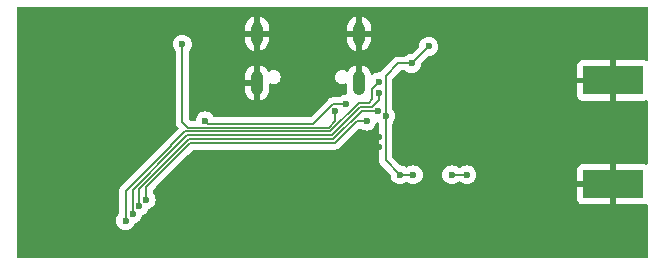
<source format=gbl>
G04 #@! TF.GenerationSoftware,KiCad,Pcbnew,7.0.7-7.0.7~ubuntu23.04.1*
G04 #@! TF.CreationDate,2023-08-22T21:33:39+02:00*
G04 #@! TF.ProjectId,CoralWave,436f7261-6c57-4617-9665-2e6b69636164,rev?*
G04 #@! TF.SameCoordinates,Original*
G04 #@! TF.FileFunction,Copper,L2,Bot*
G04 #@! TF.FilePolarity,Positive*
%FSLAX46Y46*%
G04 Gerber Fmt 4.6, Leading zero omitted, Abs format (unit mm)*
G04 Created by KiCad (PCBNEW 7.0.7-7.0.7~ubuntu23.04.1) date 2023-08-22 21:33:39*
%MOMM*%
%LPD*%
G01*
G04 APERTURE LIST*
G04 #@! TA.AperFunction,SMDPad,CuDef*
%ADD10R,5.080000X2.415000*%
G04 #@! TD*
G04 #@! TA.AperFunction,ComponentPad*
%ADD11O,1.050000X2.100000*%
G04 #@! TD*
G04 #@! TA.AperFunction,ComponentPad*
%ADD12O,1.000000X2.000000*%
G04 #@! TD*
G04 #@! TA.AperFunction,ViaPad*
%ADD13C,0.600000*%
G04 #@! TD*
G04 #@! TA.AperFunction,Conductor*
%ADD14C,0.127000*%
G04 #@! TD*
G04 APERTURE END LIST*
D10*
X149100000Y-54667500D03*
X149100000Y-63432500D03*
D11*
X127590000Y-54880000D03*
D12*
X127590000Y-50700000D03*
X118950000Y-50700000D03*
D11*
X118950000Y-54880000D03*
D13*
X117290000Y-50210000D03*
X107480000Y-59740000D03*
X107470000Y-58640000D03*
X145390000Y-60220000D03*
X145410000Y-54670000D03*
X106380000Y-57540000D03*
X134640000Y-57620000D03*
X125810000Y-64150000D03*
X117750000Y-62270000D03*
X137910000Y-64780000D03*
X106380000Y-59740000D03*
X133530000Y-52990000D03*
X134640000Y-59230000D03*
X129280000Y-60330000D03*
X116620000Y-53970000D03*
X136830000Y-52620000D03*
X106380000Y-56440000D03*
X145390000Y-63430000D03*
X133030000Y-59230000D03*
X138300000Y-62360000D03*
X130020000Y-51420000D03*
X113960000Y-68800000D03*
X131920000Y-55220000D03*
X116240000Y-64200000D03*
X133030000Y-57610000D03*
X105280000Y-56440000D03*
X139530000Y-62260000D03*
X105290000Y-58640000D03*
X143290000Y-60320000D03*
X135730000Y-52620000D03*
X129270000Y-59450000D03*
X107470000Y-57540000D03*
X104170000Y-56440000D03*
X104180000Y-59740000D03*
X105280000Y-59740000D03*
X107480000Y-56440000D03*
X138330000Y-56360000D03*
X106380000Y-58640000D03*
X104170000Y-58640000D03*
X133437641Y-62087000D03*
X124560000Y-63940000D03*
X133830000Y-58430000D03*
X128990000Y-53730000D03*
X104170000Y-57540000D03*
X111630000Y-66290000D03*
X129520000Y-66380000D03*
X134882101Y-55310000D03*
X105280000Y-57540000D03*
X117400000Y-67430000D03*
X117280000Y-57010000D03*
X129273102Y-55693102D03*
X108430000Y-65963000D03*
X129198562Y-57224204D03*
X108993000Y-65316000D03*
X128260000Y-58109602D03*
X109570000Y-64753000D03*
X133490000Y-51780000D03*
X131063500Y-62650000D03*
X132190000Y-62650000D03*
X129850000Y-57690000D03*
X135437000Y-62650000D03*
X136730000Y-62650000D03*
X132045000Y-53225000D03*
X107830000Y-66526000D03*
X129280000Y-54780000D03*
X112630000Y-51600000D03*
X125568571Y-57255445D03*
X126492000Y-56660000D03*
X114570000Y-58089000D03*
D14*
X128728652Y-56897204D02*
X129273102Y-56352754D01*
X127705244Y-56897204D02*
X128728652Y-56897204D01*
X112043398Y-60293488D02*
X113030886Y-59306000D01*
X129273102Y-56352754D02*
X129273102Y-55693102D01*
X108430000Y-65963000D02*
X108430000Y-63920000D01*
X112043398Y-60306602D02*
X112043398Y-60293488D01*
X125296448Y-59306000D02*
X127705244Y-56897204D01*
X108430000Y-63920000D02*
X112043398Y-60306602D01*
X113030886Y-59306000D02*
X125296448Y-59306000D01*
X125431896Y-59633000D02*
X113166334Y-59633000D01*
X127840692Y-57224204D02*
X125431896Y-59633000D01*
X112370398Y-60428936D02*
X112370398Y-60442050D01*
X112370398Y-60442050D02*
X109000000Y-63812448D01*
X129198562Y-57224204D02*
X127840692Y-57224204D01*
X109000000Y-65309000D02*
X108993000Y-65316000D01*
X113166334Y-59633000D02*
X112370398Y-60428936D01*
X109000000Y-63812448D02*
X109000000Y-65309000D01*
X112697398Y-60577498D02*
X112697398Y-60564384D01*
X125567344Y-59960000D02*
X127417742Y-58109602D01*
X109570000Y-63704896D02*
X112697398Y-60577498D01*
X112697398Y-60564384D02*
X113301782Y-59960000D01*
X113301782Y-59960000D02*
X125567344Y-59960000D01*
X109570000Y-64753000D02*
X109570000Y-63704896D01*
X127417742Y-58109602D02*
X128260000Y-58109602D01*
X133490000Y-51780000D02*
X132045000Y-53225000D01*
X136730000Y-62650000D02*
X135437000Y-62650000D01*
X129850000Y-54250000D02*
X130875000Y-53225000D01*
X129850000Y-57690000D02*
X129850000Y-61436500D01*
X129850000Y-61436500D02*
X131063500Y-62650000D01*
X132190000Y-62650000D02*
X131063500Y-62650000D01*
X129850000Y-57690000D02*
X129850000Y-54250000D01*
X130875000Y-53225000D02*
X132045000Y-53225000D01*
X125161000Y-58979000D02*
X112895438Y-58979000D01*
X128709602Y-55350398D02*
X128709602Y-56260398D01*
X111716398Y-60158040D02*
X111716398Y-60171154D01*
X127569796Y-56570204D02*
X125161000Y-58979000D01*
X129280000Y-54780000D02*
X128709602Y-55350398D01*
X111716398Y-60171154D02*
X107830000Y-64057552D01*
X107830000Y-64057552D02*
X107830000Y-66526000D01*
X128709602Y-56260398D02*
X128399796Y-56570204D01*
X112895438Y-58979000D02*
X111716398Y-60158040D01*
X128399796Y-56570204D02*
X127569796Y-56570204D01*
X113104000Y-58652000D02*
X125025552Y-58652000D01*
X112630000Y-58178000D02*
X113104000Y-58652000D01*
X125568571Y-58108981D02*
X125568571Y-57255445D01*
X112630000Y-51600000D02*
X112630000Y-58178000D01*
X125025552Y-58652000D02*
X125568571Y-58108981D01*
X114806000Y-58325000D02*
X114570000Y-58089000D01*
X125367106Y-56660000D02*
X123702106Y-58325000D01*
X126492000Y-56660000D02*
X125367106Y-56660000D01*
X123702106Y-58325000D02*
X114806000Y-58325000D01*
G04 #@! TA.AperFunction,Conductor*
G36*
X151992539Y-48430185D02*
G01*
X152038294Y-48482989D01*
X152049500Y-48534500D01*
X152049500Y-52900493D01*
X152029815Y-52967532D01*
X151977011Y-53013287D01*
X151907853Y-53023231D01*
X151882167Y-53016675D01*
X151747380Y-52966403D01*
X151747372Y-52966401D01*
X151687844Y-52960000D01*
X149350000Y-52960000D01*
X149350000Y-56375000D01*
X151687828Y-56375000D01*
X151687844Y-56374999D01*
X151747372Y-56368598D01*
X151747379Y-56368596D01*
X151882167Y-56318324D01*
X151951858Y-56313340D01*
X152013181Y-56346825D01*
X152046666Y-56408148D01*
X152049500Y-56434506D01*
X152049500Y-61665493D01*
X152029815Y-61732532D01*
X151977011Y-61778287D01*
X151907853Y-61788231D01*
X151882167Y-61781675D01*
X151747380Y-61731403D01*
X151747372Y-61731401D01*
X151687844Y-61725000D01*
X149350000Y-61725000D01*
X149350000Y-65140000D01*
X151687828Y-65140000D01*
X151687844Y-65139999D01*
X151747372Y-65133598D01*
X151747379Y-65133596D01*
X151882167Y-65083324D01*
X151951858Y-65078340D01*
X152013181Y-65111825D01*
X152046666Y-65173148D01*
X152049500Y-65199506D01*
X152049500Y-69565500D01*
X152029815Y-69632539D01*
X151977011Y-69678294D01*
X151925500Y-69689500D01*
X98724500Y-69689500D01*
X98657461Y-69669815D01*
X98611706Y-69617011D01*
X98600500Y-69565500D01*
X98600500Y-66526003D01*
X107024435Y-66526003D01*
X107044630Y-66705249D01*
X107044631Y-66705254D01*
X107104211Y-66875523D01*
X107200183Y-67028262D01*
X107200184Y-67028262D01*
X107327738Y-67155816D01*
X107480478Y-67251789D01*
X107650744Y-67311368D01*
X107650745Y-67311368D01*
X107650750Y-67311369D01*
X107829996Y-67331565D01*
X107830000Y-67331565D01*
X107830004Y-67331565D01*
X108009249Y-67311369D01*
X108009252Y-67311368D01*
X108009255Y-67311368D01*
X108179522Y-67251789D01*
X108332262Y-67155816D01*
X108459816Y-67028262D01*
X108555789Y-66875522D01*
X108579307Y-66808309D01*
X108620026Y-66751535D01*
X108655390Y-66732224D01*
X108748877Y-66699511D01*
X108779520Y-66688790D01*
X108779522Y-66688789D01*
X108932262Y-66592816D01*
X109059816Y-66465262D01*
X109155789Y-66312522D01*
X109215368Y-66142255D01*
X109215368Y-66142254D01*
X109217668Y-66135682D01*
X109220499Y-66136672D01*
X109248010Y-66087358D01*
X109293939Y-66058788D01*
X109342522Y-66041789D01*
X109495262Y-65945816D01*
X109622816Y-65818262D01*
X109718789Y-65665522D01*
X109745516Y-65589138D01*
X109786238Y-65532363D01*
X109821602Y-65513052D01*
X109919522Y-65478789D01*
X110072262Y-65382816D01*
X110199816Y-65255262D01*
X110295789Y-65102522D01*
X110355368Y-64932255D01*
X110375565Y-64753000D01*
X110355368Y-64573745D01*
X110295789Y-64403478D01*
X110199816Y-64250738D01*
X110199815Y-64250736D01*
X110170317Y-64221238D01*
X110136833Y-64159914D01*
X110134000Y-64133558D01*
X110134000Y-63989874D01*
X110153685Y-63922835D01*
X110170314Y-63902198D01*
X110390012Y-63682500D01*
X146060000Y-63682500D01*
X146060000Y-64687844D01*
X146066401Y-64747372D01*
X146066403Y-64747379D01*
X146116645Y-64882086D01*
X146116649Y-64882093D01*
X146202809Y-64997187D01*
X146202812Y-64997190D01*
X146317906Y-65083350D01*
X146317913Y-65083354D01*
X146452620Y-65133596D01*
X146452627Y-65133598D01*
X146512155Y-65139999D01*
X146512172Y-65140000D01*
X148850000Y-65140000D01*
X148850000Y-63682500D01*
X146060000Y-63682500D01*
X110390012Y-63682500D01*
X113067201Y-61005310D01*
X113073286Y-60999974D01*
X113099648Y-60979748D01*
X113122347Y-60950166D01*
X113163130Y-60897015D01*
X113168458Y-60890939D01*
X113499081Y-60560316D01*
X113560403Y-60526834D01*
X113586761Y-60524000D01*
X125526310Y-60524000D01*
X125534407Y-60524530D01*
X125567344Y-60528867D01*
X125567345Y-60528867D01*
X125582786Y-60526834D01*
X125714578Y-60509483D01*
X125851777Y-60452653D01*
X125940012Y-60384949D01*
X125940012Y-60384948D01*
X125962950Y-60367348D01*
X125962950Y-60367347D01*
X125969594Y-60362250D01*
X125989820Y-60335888D01*
X125995163Y-60329796D01*
X127583961Y-58740999D01*
X127645282Y-58707516D01*
X127714974Y-58712500D01*
X127751552Y-58736008D01*
X127752295Y-58735077D01*
X127757737Y-58739417D01*
X127757738Y-58739418D01*
X127910478Y-58835391D01*
X128080744Y-58894969D01*
X128080745Y-58894970D01*
X128080750Y-58894971D01*
X128259996Y-58915167D01*
X128260000Y-58915167D01*
X128260004Y-58915167D01*
X128439249Y-58894971D01*
X128439252Y-58894970D01*
X128439255Y-58894970D01*
X128609522Y-58835391D01*
X128762262Y-58739418D01*
X128889816Y-58611864D01*
X128985789Y-58459124D01*
X129044958Y-58290026D01*
X129085679Y-58233253D01*
X129150631Y-58207505D01*
X129219193Y-58220961D01*
X129269596Y-58269348D01*
X129285999Y-58330983D01*
X129286000Y-61395463D01*
X129285469Y-61403564D01*
X129281133Y-61436498D01*
X129281133Y-61436500D01*
X129286000Y-61473467D01*
X129300517Y-61583733D01*
X129300517Y-61583734D01*
X129357347Y-61720934D01*
X129401356Y-61778287D01*
X129447750Y-61838750D01*
X129460173Y-61848282D01*
X129474107Y-61858974D01*
X129480203Y-61864319D01*
X130086628Y-62470745D01*
X130226243Y-62610360D01*
X130259728Y-62671683D01*
X130261782Y-62684157D01*
X130278130Y-62829250D01*
X130278131Y-62829254D01*
X130337711Y-62999523D01*
X130433683Y-63152262D01*
X130433684Y-63152262D01*
X130561238Y-63279816D01*
X130566223Y-63282948D01*
X130713974Y-63375787D01*
X130713978Y-63375789D01*
X130884244Y-63435367D01*
X130884245Y-63435368D01*
X130884250Y-63435369D01*
X131063496Y-63455565D01*
X131063500Y-63455565D01*
X131063504Y-63455565D01*
X131242749Y-63435369D01*
X131242752Y-63435368D01*
X131242755Y-63435368D01*
X131413022Y-63375789D01*
X131413024Y-63375787D01*
X131413026Y-63375787D01*
X131560778Y-63282948D01*
X131628014Y-63263947D01*
X131692722Y-63282948D01*
X131840473Y-63375787D01*
X131840477Y-63375788D01*
X131840478Y-63375789D01*
X132010744Y-63435368D01*
X132010745Y-63435368D01*
X132010750Y-63435369D01*
X132189996Y-63455565D01*
X132190000Y-63455565D01*
X132190004Y-63455565D01*
X132369249Y-63435369D01*
X132369252Y-63435368D01*
X132369255Y-63435368D01*
X132539522Y-63375789D01*
X132692262Y-63279816D01*
X132819816Y-63152262D01*
X132915789Y-62999522D01*
X132975368Y-62829255D01*
X132975369Y-62829249D01*
X132995565Y-62650003D01*
X134631435Y-62650003D01*
X134651630Y-62829249D01*
X134651631Y-62829254D01*
X134711211Y-62999523D01*
X134807184Y-63152261D01*
X134807184Y-63152262D01*
X134934738Y-63279816D01*
X134939723Y-63282948D01*
X135087474Y-63375787D01*
X135087478Y-63375789D01*
X135257745Y-63435367D01*
X135257745Y-63435368D01*
X135257750Y-63435369D01*
X135436996Y-63455565D01*
X135437000Y-63455565D01*
X135437004Y-63455565D01*
X135616249Y-63435369D01*
X135616252Y-63435368D01*
X135616255Y-63435368D01*
X135786522Y-63375789D01*
X135939262Y-63279816D01*
X135968758Y-63250319D01*
X136030082Y-63216834D01*
X136056440Y-63214000D01*
X136110560Y-63214000D01*
X136177599Y-63233685D01*
X136198241Y-63250319D01*
X136227738Y-63279816D01*
X136232723Y-63282948D01*
X136380474Y-63375787D01*
X136380478Y-63375789D01*
X136550744Y-63435367D01*
X136550745Y-63435368D01*
X136550750Y-63435369D01*
X136729996Y-63455565D01*
X136730000Y-63455565D01*
X136730004Y-63455565D01*
X136909249Y-63435369D01*
X136909252Y-63435368D01*
X136909255Y-63435368D01*
X137079522Y-63375789D01*
X137232262Y-63279816D01*
X137329578Y-63182500D01*
X146060000Y-63182500D01*
X148850000Y-63182500D01*
X148850000Y-61725000D01*
X146512155Y-61725000D01*
X146452627Y-61731401D01*
X146452620Y-61731403D01*
X146317913Y-61781645D01*
X146317906Y-61781649D01*
X146202812Y-61867809D01*
X146202809Y-61867812D01*
X146116649Y-61982906D01*
X146116645Y-61982913D01*
X146066403Y-62117620D01*
X146066401Y-62117627D01*
X146060000Y-62177155D01*
X146060000Y-63182500D01*
X137329578Y-63182500D01*
X137359816Y-63152262D01*
X137455789Y-62999522D01*
X137515368Y-62829255D01*
X137515369Y-62829249D01*
X137535565Y-62650003D01*
X137535565Y-62649996D01*
X137515369Y-62470750D01*
X137515368Y-62470745D01*
X137455788Y-62300476D01*
X137359815Y-62147737D01*
X137232262Y-62020184D01*
X137079523Y-61924211D01*
X136909254Y-61864631D01*
X136909249Y-61864630D01*
X136730004Y-61844435D01*
X136729996Y-61844435D01*
X136550750Y-61864630D01*
X136550745Y-61864631D01*
X136380476Y-61924211D01*
X136227737Y-62020184D01*
X136198241Y-62049681D01*
X136136918Y-62083166D01*
X136110560Y-62086000D01*
X136056440Y-62086000D01*
X135989401Y-62066315D01*
X135968759Y-62049681D01*
X135939262Y-62020184D01*
X135786523Y-61924211D01*
X135616254Y-61864631D01*
X135616249Y-61864630D01*
X135437004Y-61844435D01*
X135436996Y-61844435D01*
X135257750Y-61864630D01*
X135257745Y-61864631D01*
X135087476Y-61924211D01*
X134934737Y-62020184D01*
X134807184Y-62147737D01*
X134711211Y-62300476D01*
X134651631Y-62470745D01*
X134651630Y-62470750D01*
X134631435Y-62649996D01*
X134631435Y-62650003D01*
X132995565Y-62650003D01*
X132995565Y-62649996D01*
X132975369Y-62470750D01*
X132975368Y-62470745D01*
X132915788Y-62300476D01*
X132819815Y-62147737D01*
X132692262Y-62020184D01*
X132539523Y-61924211D01*
X132369254Y-61864631D01*
X132369249Y-61864630D01*
X132190004Y-61844435D01*
X132189996Y-61844435D01*
X132010750Y-61864630D01*
X132010745Y-61864631D01*
X131840476Y-61924211D01*
X131692722Y-62017052D01*
X131625485Y-62036052D01*
X131560778Y-62017052D01*
X131413023Y-61924211D01*
X131242754Y-61864631D01*
X131242750Y-61864630D01*
X131097657Y-61848282D01*
X131033243Y-61821215D01*
X131023860Y-61812743D01*
X130450319Y-61239201D01*
X130416834Y-61177878D01*
X130414000Y-61151520D01*
X130414000Y-58309439D01*
X130433685Y-58242400D01*
X130450311Y-58221766D01*
X130479816Y-58192262D01*
X130575789Y-58039522D01*
X130635368Y-57869255D01*
X130640711Y-57821837D01*
X130655565Y-57690003D01*
X130655565Y-57689996D01*
X130635369Y-57510750D01*
X130635368Y-57510745D01*
X130617326Y-57459184D01*
X130575789Y-57340478D01*
X130552636Y-57303631D01*
X130479815Y-57187737D01*
X130450318Y-57158240D01*
X130416833Y-57096917D01*
X130413999Y-57070559D01*
X130413999Y-55823419D01*
X130413999Y-54917500D01*
X146060000Y-54917500D01*
X146060000Y-55922844D01*
X146066401Y-55982372D01*
X146066403Y-55982379D01*
X146116645Y-56117086D01*
X146116649Y-56117093D01*
X146202809Y-56232187D01*
X146202812Y-56232190D01*
X146317906Y-56318350D01*
X146317913Y-56318354D01*
X146452620Y-56368596D01*
X146452627Y-56368598D01*
X146512155Y-56374999D01*
X146512172Y-56375000D01*
X148850000Y-56375000D01*
X148850000Y-54917500D01*
X146060000Y-54917500D01*
X130413999Y-54917500D01*
X130413999Y-54534975D01*
X130433684Y-54467940D01*
X130450313Y-54447303D01*
X130480116Y-54417500D01*
X146060000Y-54417500D01*
X148850000Y-54417500D01*
X148850000Y-52960000D01*
X146512155Y-52960000D01*
X146452627Y-52966401D01*
X146452620Y-52966403D01*
X146317913Y-53016645D01*
X146317906Y-53016649D01*
X146202812Y-53102809D01*
X146202809Y-53102812D01*
X146116649Y-53217906D01*
X146116645Y-53217913D01*
X146066403Y-53352620D01*
X146066401Y-53352627D01*
X146060000Y-53412155D01*
X146060000Y-54417500D01*
X130480116Y-54417500D01*
X131072298Y-53825319D01*
X131133621Y-53791834D01*
X131159979Y-53789000D01*
X131425560Y-53789000D01*
X131492599Y-53808685D01*
X131513241Y-53825319D01*
X131542738Y-53854816D01*
X131578572Y-53877332D01*
X131672996Y-53936663D01*
X131695478Y-53950789D01*
X131820771Y-53994631D01*
X131865745Y-54010368D01*
X131865750Y-54010369D01*
X132044996Y-54030565D01*
X132045000Y-54030565D01*
X132045004Y-54030565D01*
X132224249Y-54010369D01*
X132224252Y-54010368D01*
X132224255Y-54010368D01*
X132394522Y-53950789D01*
X132547262Y-53854816D01*
X132674816Y-53727262D01*
X132770789Y-53574522D01*
X132830368Y-53404255D01*
X132846716Y-53259156D01*
X132873782Y-53194744D01*
X132882245Y-53185370D01*
X133450362Y-52617253D01*
X133511683Y-52583770D01*
X133524151Y-52581717D01*
X133589071Y-52574402D01*
X133669250Y-52565369D01*
X133669253Y-52565368D01*
X133669255Y-52565368D01*
X133839522Y-52505789D01*
X133992262Y-52409816D01*
X134119816Y-52282262D01*
X134215789Y-52129522D01*
X134275368Y-51959255D01*
X134278830Y-51928530D01*
X134295565Y-51780003D01*
X134295565Y-51779996D01*
X134275369Y-51600750D01*
X134275368Y-51600745D01*
X134237933Y-51493763D01*
X134215789Y-51430478D01*
X134215467Y-51429966D01*
X134119815Y-51277737D01*
X133992262Y-51150184D01*
X133839523Y-51054211D01*
X133669254Y-50994631D01*
X133669249Y-50994630D01*
X133490004Y-50974435D01*
X133489996Y-50974435D01*
X133310750Y-50994630D01*
X133310745Y-50994631D01*
X133140476Y-51054211D01*
X132987737Y-51150184D01*
X132860184Y-51277737D01*
X132764211Y-51430476D01*
X132704631Y-51600745D01*
X132704630Y-51600749D01*
X132688283Y-51745840D01*
X132661216Y-51810254D01*
X132652744Y-51819637D01*
X132084637Y-52387744D01*
X132023314Y-52421229D01*
X132010840Y-52423283D01*
X131865749Y-52439630D01*
X131865745Y-52439631D01*
X131695476Y-52499211D01*
X131542737Y-52595184D01*
X131513241Y-52624681D01*
X131451918Y-52658166D01*
X131425560Y-52661000D01*
X130916034Y-52661000D01*
X130907936Y-52660469D01*
X130875000Y-52656133D01*
X130874999Y-52656133D01*
X130727766Y-52675517D01*
X130727765Y-52675517D01*
X130590567Y-52732346D01*
X130514819Y-52790470D01*
X130472748Y-52822751D01*
X130452523Y-52849108D01*
X130447171Y-52855211D01*
X129480211Y-53822171D01*
X129474108Y-53827523D01*
X129447748Y-53847750D01*
X129413844Y-53891934D01*
X129413842Y-53891938D01*
X129387574Y-53926172D01*
X129331147Y-53967375D01*
X129286963Y-53972551D01*
X129286963Y-53974435D01*
X129279996Y-53974435D01*
X129100750Y-53994630D01*
X129100745Y-53994631D01*
X128930476Y-54054211D01*
X128777735Y-54150185D01*
X128776717Y-54150998D01*
X128775934Y-54151317D01*
X128771842Y-54153889D01*
X128771391Y-54153171D01*
X128712030Y-54177403D01*
X128643335Y-54164644D01*
X128592443Y-54116771D01*
X128580748Y-54090042D01*
X128541557Y-53960846D01*
X128446384Y-53782790D01*
X128446379Y-53782784D01*
X128318292Y-53626707D01*
X128162215Y-53498620D01*
X128162209Y-53498615D01*
X127984150Y-53403441D01*
X127840000Y-53359712D01*
X127840000Y-53925021D01*
X127820315Y-53992060D01*
X127767511Y-54037815D01*
X127698353Y-54047759D01*
X127682066Y-54044287D01*
X127618162Y-54026105D01*
X127618162Y-54026104D01*
X127506475Y-54036454D01*
X127497931Y-54038885D01*
X127428064Y-54038297D01*
X127369606Y-54000028D01*
X127341118Y-53936230D01*
X127340000Y-53919618D01*
X127340000Y-53359712D01*
X127195849Y-53403441D01*
X127017790Y-53498615D01*
X127017784Y-53498620D01*
X126861707Y-53626707D01*
X126733620Y-53782784D01*
X126733618Y-53782787D01*
X126686174Y-53871547D01*
X126637211Y-53921391D01*
X126569073Y-53936851D01*
X126503393Y-53913019D01*
X126501351Y-53911485D01*
X126485678Y-53899458D01*
X126452251Y-53873808D01*
X126452247Y-53873806D01*
X126311280Y-53815416D01*
X126311278Y-53815415D01*
X126197981Y-53800500D01*
X126197980Y-53800500D01*
X126122020Y-53800500D01*
X126122019Y-53800500D01*
X126008721Y-53815415D01*
X126008719Y-53815416D01*
X125867752Y-53873806D01*
X125746696Y-53966696D01*
X125653806Y-54087752D01*
X125595416Y-54228719D01*
X125595415Y-54228721D01*
X125575500Y-54379998D01*
X125575500Y-54380001D01*
X125595415Y-54531278D01*
X125595416Y-54531280D01*
X125653806Y-54672247D01*
X125653807Y-54672249D01*
X125653808Y-54672250D01*
X125746696Y-54793304D01*
X125867750Y-54886192D01*
X126008720Y-54944584D01*
X126035792Y-54948148D01*
X126122019Y-54959500D01*
X126122020Y-54959500D01*
X126197981Y-54959500D01*
X126235746Y-54954528D01*
X126311280Y-54944584D01*
X126393549Y-54910506D01*
X126463016Y-54903038D01*
X126525495Y-54934313D01*
X126561148Y-54994401D01*
X126565000Y-55025068D01*
X126565000Y-55455357D01*
X126579829Y-55605933D01*
X126606678Y-55694440D01*
X126607301Y-55764306D01*
X126570053Y-55823419D01*
X126506759Y-55853010D01*
X126498913Y-55853606D01*
X126498919Y-55853655D01*
X126312750Y-55874630D01*
X126312745Y-55874631D01*
X126142476Y-55934211D01*
X125989737Y-56030184D01*
X125960241Y-56059681D01*
X125898918Y-56093166D01*
X125872560Y-56096000D01*
X125408147Y-56096000D01*
X125400048Y-56095469D01*
X125367106Y-56091132D01*
X125367105Y-56091132D01*
X125334164Y-56095469D01*
X125236979Y-56108264D01*
X125225574Y-56109766D01*
X125219871Y-56110517D01*
X125179686Y-56127161D01*
X125082675Y-56167344D01*
X125082672Y-56167346D01*
X124994438Y-56235051D01*
X124964856Y-56257748D01*
X124944628Y-56284110D01*
X124939277Y-56290211D01*
X123504808Y-57724681D01*
X123443485Y-57758166D01*
X123417127Y-57761000D01*
X115377845Y-57761000D01*
X115310806Y-57741315D01*
X115272851Y-57702972D01*
X115199815Y-57586737D01*
X115072262Y-57459184D01*
X114919523Y-57363211D01*
X114749254Y-57303631D01*
X114749249Y-57303630D01*
X114570004Y-57283435D01*
X114569996Y-57283435D01*
X114390750Y-57303630D01*
X114390745Y-57303631D01*
X114220476Y-57363211D01*
X114067737Y-57459184D01*
X113940184Y-57586737D01*
X113844211Y-57739476D01*
X113784631Y-57909745D01*
X113784630Y-57909749D01*
X113776954Y-57977884D01*
X113749887Y-58042298D01*
X113692293Y-58081853D01*
X113653734Y-58088000D01*
X113388979Y-58088000D01*
X113321940Y-58068315D01*
X113301297Y-58051681D01*
X113230318Y-57980701D01*
X113196834Y-57919377D01*
X113194000Y-57893020D01*
X113194000Y-55455357D01*
X117925000Y-55455357D01*
X117939829Y-55605932D01*
X117998443Y-55799154D01*
X118093615Y-55977209D01*
X118093620Y-55977215D01*
X118221707Y-56133292D01*
X118377784Y-56261379D01*
X118377790Y-56261384D01*
X118555846Y-56356557D01*
X118700000Y-56400285D01*
X118700000Y-55834978D01*
X118719685Y-55767939D01*
X118772489Y-55722184D01*
X118841647Y-55712240D01*
X118857926Y-55715709D01*
X118921840Y-55733895D01*
X119033521Y-55723546D01*
X119033526Y-55723543D01*
X119042063Y-55721115D01*
X119111930Y-55721701D01*
X119170390Y-55759966D01*
X119198881Y-55823763D01*
X119200000Y-55840381D01*
X119200000Y-56400285D01*
X119344153Y-56356557D01*
X119522209Y-56261384D01*
X119522215Y-56261379D01*
X119678292Y-56133292D01*
X119806379Y-55977215D01*
X119806384Y-55977209D01*
X119901556Y-55799154D01*
X119960170Y-55605932D01*
X119974999Y-55455357D01*
X119975000Y-55025068D01*
X119994685Y-54958029D01*
X120047489Y-54912274D01*
X120116647Y-54902330D01*
X120146447Y-54910505D01*
X120228720Y-54944584D01*
X120255792Y-54948148D01*
X120342019Y-54959500D01*
X120342020Y-54959500D01*
X120417981Y-54959500D01*
X120455746Y-54954528D01*
X120531280Y-54944584D01*
X120672250Y-54886192D01*
X120793304Y-54793304D01*
X120886192Y-54672250D01*
X120944584Y-54531280D01*
X120964500Y-54380000D01*
X120944584Y-54228720D01*
X120898213Y-54116771D01*
X120886193Y-54087752D01*
X120886192Y-54087751D01*
X120886192Y-54087750D01*
X120793304Y-53966696D01*
X120672250Y-53873808D01*
X120672249Y-53873807D01*
X120672247Y-53873806D01*
X120531280Y-53815416D01*
X120531278Y-53815415D01*
X120417981Y-53800500D01*
X120417980Y-53800500D01*
X120342020Y-53800500D01*
X120342019Y-53800500D01*
X120228721Y-53815415D01*
X120228719Y-53815416D01*
X120087752Y-53873806D01*
X120087749Y-53873808D01*
X120038669Y-53911469D01*
X119973500Y-53936663D01*
X119905055Y-53922625D01*
X119855066Y-53873811D01*
X119853825Y-53871546D01*
X119806384Y-53782790D01*
X119806379Y-53782784D01*
X119678292Y-53626707D01*
X119522215Y-53498620D01*
X119522209Y-53498615D01*
X119344150Y-53403441D01*
X119200000Y-53359712D01*
X119200000Y-53925021D01*
X119180315Y-53992060D01*
X119127511Y-54037815D01*
X119058353Y-54047759D01*
X119042066Y-54044287D01*
X118978162Y-54026105D01*
X118978162Y-54026104D01*
X118866475Y-54036454D01*
X118857931Y-54038885D01*
X118788064Y-54038297D01*
X118729606Y-54000028D01*
X118701118Y-53936230D01*
X118700000Y-53919618D01*
X118700000Y-53359712D01*
X118555849Y-53403441D01*
X118377790Y-53498615D01*
X118377784Y-53498620D01*
X118221707Y-53626707D01*
X118093620Y-53782784D01*
X118093615Y-53782790D01*
X117998443Y-53960845D01*
X117939829Y-54154067D01*
X117925000Y-54304642D01*
X117925000Y-54630000D01*
X118526000Y-54630000D01*
X118593039Y-54649685D01*
X118638794Y-54702489D01*
X118650000Y-54754000D01*
X118650000Y-55006000D01*
X118630315Y-55073039D01*
X118577511Y-55118794D01*
X118526000Y-55130000D01*
X117925000Y-55130000D01*
X117925000Y-55455357D01*
X113194000Y-55455357D01*
X113194000Y-55065965D01*
X113193999Y-52219436D01*
X113213684Y-52152401D01*
X113230313Y-52131763D01*
X113259816Y-52102262D01*
X113355789Y-51949522D01*
X113415368Y-51779255D01*
X113425672Y-51687804D01*
X113435565Y-51600003D01*
X113435565Y-51599996D01*
X113415369Y-51420750D01*
X113415368Y-51420745D01*
X113403109Y-51385712D01*
X113355871Y-51250713D01*
X117950000Y-51250713D01*
X117965418Y-51402338D01*
X118026299Y-51596381D01*
X118026304Y-51596391D01*
X118125005Y-51774215D01*
X118125005Y-51774216D01*
X118257478Y-51928530D01*
X118257479Y-51928531D01*
X118418304Y-52053018D01*
X118600907Y-52142589D01*
X118699999Y-52168244D01*
X118699999Y-51504978D01*
X118719683Y-51437939D01*
X118772487Y-51392184D01*
X118841646Y-51382240D01*
X118857932Y-51385711D01*
X118921840Y-51403895D01*
X119033521Y-51393546D01*
X119033522Y-51393545D01*
X119042061Y-51391116D01*
X119111928Y-51391700D01*
X119170388Y-51429965D01*
X119198880Y-51493761D01*
X119199999Y-51510381D01*
X119199999Y-52173364D01*
X119201943Y-52173068D01*
X119201952Y-52173066D01*
X119392657Y-52102437D01*
X119392664Y-52102434D01*
X119565267Y-51994850D01*
X119712668Y-51854735D01*
X119712669Y-51854733D01*
X119828856Y-51687804D01*
X119909059Y-51500907D01*
X119950000Y-51301690D01*
X119950000Y-51250713D01*
X126590000Y-51250713D01*
X126605418Y-51402338D01*
X126666299Y-51596381D01*
X126666304Y-51596391D01*
X126765005Y-51774215D01*
X126765005Y-51774216D01*
X126897478Y-51928530D01*
X126897479Y-51928531D01*
X127058304Y-52053018D01*
X127240907Y-52142589D01*
X127339999Y-52168244D01*
X127339999Y-51504978D01*
X127359683Y-51437939D01*
X127412487Y-51392184D01*
X127481646Y-51382240D01*
X127497932Y-51385711D01*
X127561840Y-51403895D01*
X127673521Y-51393546D01*
X127673526Y-51393543D01*
X127682063Y-51391115D01*
X127751930Y-51391701D01*
X127810390Y-51429966D01*
X127838881Y-51493763D01*
X127840000Y-51510381D01*
X127840000Y-52173366D01*
X127841944Y-52173069D01*
X127841945Y-52173069D01*
X128032660Y-52102436D01*
X128032664Y-52102434D01*
X128205267Y-51994850D01*
X128352668Y-51854735D01*
X128352669Y-51854733D01*
X128468856Y-51687804D01*
X128549059Y-51500907D01*
X128590000Y-51301690D01*
X128590000Y-50950000D01*
X128014000Y-50950000D01*
X127946961Y-50930315D01*
X127901206Y-50877511D01*
X127890000Y-50826000D01*
X127890000Y-50574000D01*
X127909685Y-50506961D01*
X127962489Y-50461206D01*
X128014000Y-50450000D01*
X128590000Y-50450000D01*
X128590000Y-50149286D01*
X128574581Y-49997661D01*
X128513700Y-49803618D01*
X128513695Y-49803608D01*
X128414994Y-49625784D01*
X128414994Y-49625783D01*
X128282521Y-49471469D01*
X128282520Y-49471468D01*
X128121695Y-49346981D01*
X127939093Y-49257411D01*
X127840000Y-49231753D01*
X127840000Y-49895021D01*
X127820315Y-49962060D01*
X127767511Y-50007815D01*
X127698353Y-50017759D01*
X127682066Y-50014287D01*
X127618162Y-49996105D01*
X127618162Y-49996104D01*
X127506478Y-50006453D01*
X127497929Y-50008886D01*
X127428061Y-50008296D01*
X127369604Y-49970027D01*
X127341117Y-49906229D01*
X127339999Y-49889618D01*
X127339999Y-49226633D01*
X127338053Y-49226931D01*
X127338047Y-49226933D01*
X127147342Y-49297562D01*
X127147335Y-49297565D01*
X126974732Y-49405149D01*
X126827331Y-49545264D01*
X126827330Y-49545266D01*
X126711143Y-49712195D01*
X126630940Y-49899092D01*
X126590000Y-50098309D01*
X126590000Y-50450000D01*
X127166000Y-50450000D01*
X127233039Y-50469685D01*
X127278794Y-50522489D01*
X127290000Y-50574000D01*
X127290000Y-50826000D01*
X127270315Y-50893039D01*
X127217511Y-50938794D01*
X127166000Y-50950000D01*
X126590000Y-50950000D01*
X126590000Y-51250713D01*
X119950000Y-51250713D01*
X119950000Y-50950000D01*
X119374000Y-50950000D01*
X119306961Y-50930315D01*
X119261206Y-50877511D01*
X119250000Y-50826000D01*
X119250000Y-50574000D01*
X119269685Y-50506961D01*
X119322489Y-50461206D01*
X119374000Y-50450000D01*
X119950000Y-50450000D01*
X119950000Y-50149286D01*
X119934581Y-49997661D01*
X119873700Y-49803618D01*
X119873695Y-49803608D01*
X119774994Y-49625784D01*
X119774994Y-49625783D01*
X119642521Y-49471469D01*
X119642520Y-49471468D01*
X119481695Y-49346981D01*
X119299097Y-49257412D01*
X119199999Y-49231754D01*
X119199999Y-49895021D01*
X119180314Y-49962060D01*
X119127510Y-50007815D01*
X119058352Y-50017759D01*
X119042065Y-50014287D01*
X118978162Y-49996104D01*
X118866478Y-50006453D01*
X118857929Y-50008886D01*
X118788061Y-50008296D01*
X118729604Y-49970027D01*
X118701117Y-49906229D01*
X118699999Y-49889618D01*
X118699998Y-49226633D01*
X118698053Y-49226931D01*
X118698047Y-49226933D01*
X118507342Y-49297562D01*
X118507335Y-49297565D01*
X118334732Y-49405149D01*
X118187331Y-49545264D01*
X118187330Y-49545266D01*
X118071143Y-49712195D01*
X117990940Y-49899092D01*
X117950000Y-50098309D01*
X117950000Y-50450000D01*
X118526000Y-50450000D01*
X118593039Y-50469685D01*
X118638794Y-50522489D01*
X118650000Y-50574000D01*
X118650000Y-50826000D01*
X118630315Y-50893039D01*
X118577511Y-50938794D01*
X118526000Y-50950000D01*
X117950000Y-50950000D01*
X117950000Y-51250713D01*
X113355871Y-51250713D01*
X113355789Y-51250478D01*
X113259816Y-51097738D01*
X113132262Y-50970184D01*
X112979523Y-50874211D01*
X112809254Y-50814631D01*
X112809249Y-50814630D01*
X112630004Y-50794435D01*
X112629996Y-50794435D01*
X112450750Y-50814630D01*
X112450745Y-50814631D01*
X112280476Y-50874211D01*
X112127737Y-50970184D01*
X112000184Y-51097737D01*
X111904211Y-51250476D01*
X111844631Y-51420745D01*
X111844630Y-51420750D01*
X111824435Y-51599996D01*
X111824435Y-51600003D01*
X111844630Y-51779249D01*
X111844631Y-51779254D01*
X111904211Y-51949523D01*
X112000184Y-52102262D01*
X112029681Y-52131759D01*
X112063166Y-52193082D01*
X112066000Y-52219440D01*
X112066000Y-58136963D01*
X112065468Y-58145064D01*
X112061133Y-58178000D01*
X112071675Y-58258077D01*
X112080517Y-58325233D01*
X112080517Y-58325234D01*
X112137347Y-58462434D01*
X112174789Y-58511231D01*
X112174790Y-58511231D01*
X112227750Y-58580250D01*
X112246717Y-58594803D01*
X112254106Y-58600474D01*
X112260201Y-58605818D01*
X112277920Y-58623537D01*
X112311405Y-58684860D01*
X112306421Y-58754552D01*
X112277920Y-58798899D01*
X111346609Y-59730211D01*
X111340506Y-59735563D01*
X111314147Y-59755790D01*
X111276515Y-59804833D01*
X111276508Y-59804840D01*
X111250674Y-59838508D01*
X111245322Y-59844612D01*
X107460211Y-63629723D01*
X107454108Y-63635075D01*
X107427748Y-63655302D01*
X107393859Y-63699467D01*
X107393843Y-63699490D01*
X107337347Y-63773118D01*
X107280517Y-63910317D01*
X107280517Y-63910318D01*
X107261133Y-64057552D01*
X107261133Y-64057556D01*
X107265468Y-64090487D01*
X107265999Y-64098587D01*
X107266000Y-65906559D01*
X107246315Y-65973598D01*
X107229683Y-65994239D01*
X107200183Y-66023739D01*
X107104211Y-66176476D01*
X107044631Y-66346745D01*
X107044630Y-66346750D01*
X107024435Y-66525996D01*
X107024435Y-66526003D01*
X98600500Y-66526003D01*
X98600500Y-48534500D01*
X98620185Y-48467461D01*
X98672989Y-48421706D01*
X98724500Y-48410500D01*
X151925500Y-48410500D01*
X151992539Y-48430185D01*
G37*
G04 #@! TD.AperFunction*
G04 #@! TA.AperFunction,Conductor*
G36*
X151992539Y-48430185D02*
G01*
X152038294Y-48482989D01*
X152049500Y-48534500D01*
X152049500Y-52900493D01*
X152029815Y-52967532D01*
X151977011Y-53013287D01*
X151907853Y-53023231D01*
X151882167Y-53016675D01*
X151747380Y-52966403D01*
X151747372Y-52966401D01*
X151687844Y-52960000D01*
X149350000Y-52960000D01*
X149350000Y-56375000D01*
X151687828Y-56375000D01*
X151687844Y-56374999D01*
X151747372Y-56368598D01*
X151747379Y-56368596D01*
X151882167Y-56318324D01*
X151951858Y-56313340D01*
X152013181Y-56346825D01*
X152046666Y-56408148D01*
X152049500Y-56434506D01*
X152049500Y-61665493D01*
X152029815Y-61732532D01*
X151977011Y-61778287D01*
X151907853Y-61788231D01*
X151882167Y-61781675D01*
X151747380Y-61731403D01*
X151747372Y-61731401D01*
X151687844Y-61725000D01*
X149350000Y-61725000D01*
X149350000Y-65140000D01*
X151687828Y-65140000D01*
X151687844Y-65139999D01*
X151747372Y-65133598D01*
X151747379Y-65133596D01*
X151882167Y-65083324D01*
X151951858Y-65078340D01*
X152013181Y-65111825D01*
X152046666Y-65173148D01*
X152049500Y-65199506D01*
X152049500Y-69565500D01*
X152029815Y-69632539D01*
X151977011Y-69678294D01*
X151925500Y-69689500D01*
X98724500Y-69689500D01*
X98657461Y-69669815D01*
X98611706Y-69617011D01*
X98600500Y-69565500D01*
X98600500Y-66526003D01*
X107024435Y-66526003D01*
X107044630Y-66705249D01*
X107044631Y-66705254D01*
X107104211Y-66875523D01*
X107200183Y-67028262D01*
X107200184Y-67028262D01*
X107327738Y-67155816D01*
X107480478Y-67251789D01*
X107650744Y-67311368D01*
X107650745Y-67311368D01*
X107650750Y-67311369D01*
X107829996Y-67331565D01*
X107830000Y-67331565D01*
X107830004Y-67331565D01*
X108009249Y-67311369D01*
X108009252Y-67311368D01*
X108009255Y-67311368D01*
X108179522Y-67251789D01*
X108332262Y-67155816D01*
X108459816Y-67028262D01*
X108555789Y-66875522D01*
X108579307Y-66808309D01*
X108620026Y-66751535D01*
X108655390Y-66732224D01*
X108748877Y-66699511D01*
X108779520Y-66688790D01*
X108779522Y-66688789D01*
X108932262Y-66592816D01*
X109059816Y-66465262D01*
X109155789Y-66312522D01*
X109215368Y-66142255D01*
X109215368Y-66142254D01*
X109217668Y-66135682D01*
X109220499Y-66136672D01*
X109248010Y-66087358D01*
X109293939Y-66058788D01*
X109342522Y-66041789D01*
X109495262Y-65945816D01*
X109622816Y-65818262D01*
X109718789Y-65665522D01*
X109745516Y-65589138D01*
X109786238Y-65532363D01*
X109821602Y-65513052D01*
X109919522Y-65478789D01*
X110072262Y-65382816D01*
X110199816Y-65255262D01*
X110295789Y-65102522D01*
X110355368Y-64932255D01*
X110375565Y-64753000D01*
X110355368Y-64573745D01*
X110295789Y-64403478D01*
X110199816Y-64250738D01*
X110199815Y-64250736D01*
X110170317Y-64221238D01*
X110136833Y-64159914D01*
X110134000Y-64133558D01*
X110134000Y-63989874D01*
X110153685Y-63922835D01*
X110170314Y-63902198D01*
X110390012Y-63682500D01*
X146060000Y-63682500D01*
X146060000Y-64687844D01*
X146066401Y-64747372D01*
X146066403Y-64747379D01*
X146116645Y-64882086D01*
X146116649Y-64882093D01*
X146202809Y-64997187D01*
X146202812Y-64997190D01*
X146317906Y-65083350D01*
X146317913Y-65083354D01*
X146452620Y-65133596D01*
X146452627Y-65133598D01*
X146512155Y-65139999D01*
X146512172Y-65140000D01*
X148850000Y-65140000D01*
X148850000Y-63682500D01*
X146060000Y-63682500D01*
X110390012Y-63682500D01*
X113067201Y-61005310D01*
X113073286Y-60999974D01*
X113099648Y-60979748D01*
X113122347Y-60950166D01*
X113163130Y-60897015D01*
X113168458Y-60890939D01*
X113499081Y-60560316D01*
X113560403Y-60526834D01*
X113586761Y-60524000D01*
X125526310Y-60524000D01*
X125534407Y-60524530D01*
X125567344Y-60528867D01*
X125567345Y-60528867D01*
X125582786Y-60526834D01*
X125714578Y-60509483D01*
X125851777Y-60452653D01*
X125940012Y-60384949D01*
X125940012Y-60384948D01*
X125962950Y-60367348D01*
X125962950Y-60367347D01*
X125969594Y-60362250D01*
X125989820Y-60335888D01*
X125995163Y-60329796D01*
X127583961Y-58740999D01*
X127645282Y-58707516D01*
X127714974Y-58712500D01*
X127751552Y-58736008D01*
X127752295Y-58735077D01*
X127757737Y-58739417D01*
X127757738Y-58739418D01*
X127910478Y-58835391D01*
X128080744Y-58894969D01*
X128080745Y-58894970D01*
X128080750Y-58894971D01*
X128259996Y-58915167D01*
X128260000Y-58915167D01*
X128260004Y-58915167D01*
X128439249Y-58894971D01*
X128439252Y-58894970D01*
X128439255Y-58894970D01*
X128609522Y-58835391D01*
X128762262Y-58739418D01*
X128889816Y-58611864D01*
X128985789Y-58459124D01*
X129044958Y-58290026D01*
X129085679Y-58233253D01*
X129150631Y-58207505D01*
X129219193Y-58220961D01*
X129269596Y-58269348D01*
X129285999Y-58330983D01*
X129286000Y-61395463D01*
X129285469Y-61403564D01*
X129281133Y-61436498D01*
X129281133Y-61436500D01*
X129286000Y-61473467D01*
X129300517Y-61583733D01*
X129300517Y-61583734D01*
X129357347Y-61720934D01*
X129401356Y-61778287D01*
X129447750Y-61838750D01*
X129460173Y-61848282D01*
X129474107Y-61858974D01*
X129480203Y-61864319D01*
X130086628Y-62470745D01*
X130226243Y-62610360D01*
X130259728Y-62671683D01*
X130261782Y-62684157D01*
X130278130Y-62829250D01*
X130278131Y-62829254D01*
X130337711Y-62999523D01*
X130433683Y-63152262D01*
X130433684Y-63152262D01*
X130561238Y-63279816D01*
X130566223Y-63282948D01*
X130713974Y-63375787D01*
X130713978Y-63375789D01*
X130884244Y-63435367D01*
X130884245Y-63435368D01*
X130884250Y-63435369D01*
X131063496Y-63455565D01*
X131063500Y-63455565D01*
X131063504Y-63455565D01*
X131242749Y-63435369D01*
X131242752Y-63435368D01*
X131242755Y-63435368D01*
X131413022Y-63375789D01*
X131413024Y-63375787D01*
X131413026Y-63375787D01*
X131560778Y-63282948D01*
X131628014Y-63263947D01*
X131692722Y-63282948D01*
X131840473Y-63375787D01*
X131840477Y-63375788D01*
X131840478Y-63375789D01*
X132010744Y-63435368D01*
X132010745Y-63435368D01*
X132010750Y-63435369D01*
X132189996Y-63455565D01*
X132190000Y-63455565D01*
X132190004Y-63455565D01*
X132369249Y-63435369D01*
X132369252Y-63435368D01*
X132369255Y-63435368D01*
X132539522Y-63375789D01*
X132692262Y-63279816D01*
X132819816Y-63152262D01*
X132915789Y-62999522D01*
X132975368Y-62829255D01*
X132975369Y-62829249D01*
X132995565Y-62650003D01*
X134631435Y-62650003D01*
X134651630Y-62829249D01*
X134651631Y-62829254D01*
X134711211Y-62999523D01*
X134807184Y-63152261D01*
X134807184Y-63152262D01*
X134934738Y-63279816D01*
X134939723Y-63282948D01*
X135087474Y-63375787D01*
X135087478Y-63375789D01*
X135257745Y-63435367D01*
X135257745Y-63435368D01*
X135257750Y-63435369D01*
X135436996Y-63455565D01*
X135437000Y-63455565D01*
X135437004Y-63455565D01*
X135616249Y-63435369D01*
X135616252Y-63435368D01*
X135616255Y-63435368D01*
X135786522Y-63375789D01*
X135939262Y-63279816D01*
X135968758Y-63250319D01*
X136030082Y-63216834D01*
X136056440Y-63214000D01*
X136110560Y-63214000D01*
X136177599Y-63233685D01*
X136198241Y-63250319D01*
X136227738Y-63279816D01*
X136232723Y-63282948D01*
X136380474Y-63375787D01*
X136380478Y-63375789D01*
X136550744Y-63435367D01*
X136550745Y-63435368D01*
X136550750Y-63435369D01*
X136729996Y-63455565D01*
X136730000Y-63455565D01*
X136730004Y-63455565D01*
X136909249Y-63435369D01*
X136909252Y-63435368D01*
X136909255Y-63435368D01*
X137079522Y-63375789D01*
X137232262Y-63279816D01*
X137329578Y-63182500D01*
X146060000Y-63182500D01*
X148850000Y-63182500D01*
X148850000Y-61725000D01*
X146512155Y-61725000D01*
X146452627Y-61731401D01*
X146452620Y-61731403D01*
X146317913Y-61781645D01*
X146317906Y-61781649D01*
X146202812Y-61867809D01*
X146202809Y-61867812D01*
X146116649Y-61982906D01*
X146116645Y-61982913D01*
X146066403Y-62117620D01*
X146066401Y-62117627D01*
X146060000Y-62177155D01*
X146060000Y-63182500D01*
X137329578Y-63182500D01*
X137359816Y-63152262D01*
X137455789Y-62999522D01*
X137515368Y-62829255D01*
X137515369Y-62829249D01*
X137535565Y-62650003D01*
X137535565Y-62649996D01*
X137515369Y-62470750D01*
X137515368Y-62470745D01*
X137455788Y-62300476D01*
X137359815Y-62147737D01*
X137232262Y-62020184D01*
X137079523Y-61924211D01*
X136909254Y-61864631D01*
X136909249Y-61864630D01*
X136730004Y-61844435D01*
X136729996Y-61844435D01*
X136550750Y-61864630D01*
X136550745Y-61864631D01*
X136380476Y-61924211D01*
X136227737Y-62020184D01*
X136198241Y-62049681D01*
X136136918Y-62083166D01*
X136110560Y-62086000D01*
X136056440Y-62086000D01*
X135989401Y-62066315D01*
X135968759Y-62049681D01*
X135939262Y-62020184D01*
X135786523Y-61924211D01*
X135616254Y-61864631D01*
X135616249Y-61864630D01*
X135437004Y-61844435D01*
X135436996Y-61844435D01*
X135257750Y-61864630D01*
X135257745Y-61864631D01*
X135087476Y-61924211D01*
X134934737Y-62020184D01*
X134807184Y-62147737D01*
X134711211Y-62300476D01*
X134651631Y-62470745D01*
X134651630Y-62470750D01*
X134631435Y-62649996D01*
X134631435Y-62650003D01*
X132995565Y-62650003D01*
X132995565Y-62649996D01*
X132975369Y-62470750D01*
X132975368Y-62470745D01*
X132915788Y-62300476D01*
X132819815Y-62147737D01*
X132692262Y-62020184D01*
X132539523Y-61924211D01*
X132369254Y-61864631D01*
X132369249Y-61864630D01*
X132190004Y-61844435D01*
X132189996Y-61844435D01*
X132010750Y-61864630D01*
X132010745Y-61864631D01*
X131840476Y-61924211D01*
X131692722Y-62017052D01*
X131625485Y-62036052D01*
X131560778Y-62017052D01*
X131413023Y-61924211D01*
X131242754Y-61864631D01*
X131242750Y-61864630D01*
X131097657Y-61848282D01*
X131033243Y-61821215D01*
X131023860Y-61812743D01*
X130450319Y-61239201D01*
X130416834Y-61177878D01*
X130414000Y-61151520D01*
X130414000Y-58309439D01*
X130433685Y-58242400D01*
X130450311Y-58221766D01*
X130479816Y-58192262D01*
X130575789Y-58039522D01*
X130635368Y-57869255D01*
X130640711Y-57821837D01*
X130655565Y-57690003D01*
X130655565Y-57689996D01*
X130635369Y-57510750D01*
X130635368Y-57510745D01*
X130617326Y-57459184D01*
X130575789Y-57340478D01*
X130552636Y-57303631D01*
X130479815Y-57187737D01*
X130450318Y-57158240D01*
X130416833Y-57096917D01*
X130413999Y-57070559D01*
X130413999Y-55823419D01*
X130413999Y-54917500D01*
X146060000Y-54917500D01*
X146060000Y-55922844D01*
X146066401Y-55982372D01*
X146066403Y-55982379D01*
X146116645Y-56117086D01*
X146116649Y-56117093D01*
X146202809Y-56232187D01*
X146202812Y-56232190D01*
X146317906Y-56318350D01*
X146317913Y-56318354D01*
X146452620Y-56368596D01*
X146452627Y-56368598D01*
X146512155Y-56374999D01*
X146512172Y-56375000D01*
X148850000Y-56375000D01*
X148850000Y-54917500D01*
X146060000Y-54917500D01*
X130413999Y-54917500D01*
X130413999Y-54534975D01*
X130433684Y-54467940D01*
X130450313Y-54447303D01*
X130480116Y-54417500D01*
X146060000Y-54417500D01*
X148850000Y-54417500D01*
X148850000Y-52960000D01*
X146512155Y-52960000D01*
X146452627Y-52966401D01*
X146452620Y-52966403D01*
X146317913Y-53016645D01*
X146317906Y-53016649D01*
X146202812Y-53102809D01*
X146202809Y-53102812D01*
X146116649Y-53217906D01*
X146116645Y-53217913D01*
X146066403Y-53352620D01*
X146066401Y-53352627D01*
X146060000Y-53412155D01*
X146060000Y-54417500D01*
X130480116Y-54417500D01*
X131072298Y-53825319D01*
X131133621Y-53791834D01*
X131159979Y-53789000D01*
X131425560Y-53789000D01*
X131492599Y-53808685D01*
X131513241Y-53825319D01*
X131542738Y-53854816D01*
X131578572Y-53877332D01*
X131672996Y-53936663D01*
X131695478Y-53950789D01*
X131820771Y-53994631D01*
X131865745Y-54010368D01*
X131865750Y-54010369D01*
X132044996Y-54030565D01*
X132045000Y-54030565D01*
X132045004Y-54030565D01*
X132224249Y-54010369D01*
X132224252Y-54010368D01*
X132224255Y-54010368D01*
X132394522Y-53950789D01*
X132547262Y-53854816D01*
X132674816Y-53727262D01*
X132770789Y-53574522D01*
X132830368Y-53404255D01*
X132846716Y-53259156D01*
X132873782Y-53194744D01*
X132882245Y-53185370D01*
X133450362Y-52617253D01*
X133511683Y-52583770D01*
X133524151Y-52581717D01*
X133589071Y-52574402D01*
X133669250Y-52565369D01*
X133669253Y-52565368D01*
X133669255Y-52565368D01*
X133839522Y-52505789D01*
X133992262Y-52409816D01*
X134119816Y-52282262D01*
X134215789Y-52129522D01*
X134275368Y-51959255D01*
X134278830Y-51928530D01*
X134295565Y-51780003D01*
X134295565Y-51779996D01*
X134275369Y-51600750D01*
X134275368Y-51600745D01*
X134237933Y-51493763D01*
X134215789Y-51430478D01*
X134215467Y-51429966D01*
X134119815Y-51277737D01*
X133992262Y-51150184D01*
X133839523Y-51054211D01*
X133669254Y-50994631D01*
X133669249Y-50994630D01*
X133490004Y-50974435D01*
X133489996Y-50974435D01*
X133310750Y-50994630D01*
X133310745Y-50994631D01*
X133140476Y-51054211D01*
X132987737Y-51150184D01*
X132860184Y-51277737D01*
X132764211Y-51430476D01*
X132704631Y-51600745D01*
X132704630Y-51600749D01*
X132688283Y-51745840D01*
X132661216Y-51810254D01*
X132652744Y-51819637D01*
X132084637Y-52387744D01*
X132023314Y-52421229D01*
X132010840Y-52423283D01*
X131865749Y-52439630D01*
X131865745Y-52439631D01*
X131695476Y-52499211D01*
X131542737Y-52595184D01*
X131513241Y-52624681D01*
X131451918Y-52658166D01*
X131425560Y-52661000D01*
X130916034Y-52661000D01*
X130907936Y-52660469D01*
X130875000Y-52656133D01*
X130874999Y-52656133D01*
X130727766Y-52675517D01*
X130727765Y-52675517D01*
X130590567Y-52732346D01*
X130514819Y-52790470D01*
X130472748Y-52822751D01*
X130452523Y-52849108D01*
X130447171Y-52855211D01*
X129480211Y-53822171D01*
X129474108Y-53827523D01*
X129447748Y-53847750D01*
X129413844Y-53891934D01*
X129413842Y-53891938D01*
X129387574Y-53926172D01*
X129331147Y-53967375D01*
X129286963Y-53972551D01*
X129286963Y-53974435D01*
X129279996Y-53974435D01*
X129100750Y-53994630D01*
X129100745Y-53994631D01*
X128930476Y-54054211D01*
X128777735Y-54150185D01*
X128776717Y-54150998D01*
X128775934Y-54151317D01*
X128771842Y-54153889D01*
X128771391Y-54153171D01*
X128712030Y-54177403D01*
X128643335Y-54164644D01*
X128592443Y-54116771D01*
X128580748Y-54090042D01*
X128541557Y-53960846D01*
X128446384Y-53782790D01*
X128446379Y-53782784D01*
X128318292Y-53626707D01*
X128162215Y-53498620D01*
X128162209Y-53498615D01*
X127984150Y-53403441D01*
X127840000Y-53359712D01*
X127840000Y-53925021D01*
X127820315Y-53992060D01*
X127767511Y-54037815D01*
X127698353Y-54047759D01*
X127682066Y-54044287D01*
X127618162Y-54026105D01*
X127618162Y-54026104D01*
X127506475Y-54036454D01*
X127497931Y-54038885D01*
X127428064Y-54038297D01*
X127369606Y-54000028D01*
X127341118Y-53936230D01*
X127340000Y-53919618D01*
X127340000Y-53359712D01*
X127195849Y-53403441D01*
X127017790Y-53498615D01*
X127017784Y-53498620D01*
X126861707Y-53626707D01*
X126733620Y-53782784D01*
X126733618Y-53782787D01*
X126686174Y-53871547D01*
X126637211Y-53921391D01*
X126569073Y-53936851D01*
X126503393Y-53913019D01*
X126501351Y-53911485D01*
X126485678Y-53899458D01*
X126452251Y-53873808D01*
X126452247Y-53873806D01*
X126311280Y-53815416D01*
X126311278Y-53815415D01*
X126197981Y-53800500D01*
X126197980Y-53800500D01*
X126122020Y-53800500D01*
X126122019Y-53800500D01*
X126008721Y-53815415D01*
X126008719Y-53815416D01*
X125867752Y-53873806D01*
X125746696Y-53966696D01*
X125653806Y-54087752D01*
X125595416Y-54228719D01*
X125595415Y-54228721D01*
X125575500Y-54379998D01*
X125575500Y-54380001D01*
X125595415Y-54531278D01*
X125595416Y-54531280D01*
X125653806Y-54672247D01*
X125653807Y-54672249D01*
X125653808Y-54672250D01*
X125746696Y-54793304D01*
X125867750Y-54886192D01*
X126008720Y-54944584D01*
X126035792Y-54948148D01*
X126122019Y-54959500D01*
X126122020Y-54959500D01*
X126197981Y-54959500D01*
X126235746Y-54954528D01*
X126311280Y-54944584D01*
X126393549Y-54910506D01*
X126463016Y-54903038D01*
X126525495Y-54934313D01*
X126561148Y-54994401D01*
X126565000Y-55025068D01*
X126565000Y-55455357D01*
X126579829Y-55605933D01*
X126606678Y-55694440D01*
X126607301Y-55764306D01*
X126570053Y-55823419D01*
X126506759Y-55853010D01*
X126498913Y-55853606D01*
X126498919Y-55853655D01*
X126312750Y-55874630D01*
X126312745Y-55874631D01*
X126142476Y-55934211D01*
X125989737Y-56030184D01*
X125960241Y-56059681D01*
X125898918Y-56093166D01*
X125872560Y-56096000D01*
X125408147Y-56096000D01*
X125400048Y-56095469D01*
X125367106Y-56091132D01*
X125367105Y-56091132D01*
X125334164Y-56095469D01*
X125236979Y-56108264D01*
X125225574Y-56109766D01*
X125219871Y-56110517D01*
X125179686Y-56127161D01*
X125082675Y-56167344D01*
X125082672Y-56167346D01*
X124994438Y-56235051D01*
X124964856Y-56257748D01*
X124944628Y-56284110D01*
X124939277Y-56290211D01*
X123504808Y-57724681D01*
X123443485Y-57758166D01*
X123417127Y-57761000D01*
X115377845Y-57761000D01*
X115310806Y-57741315D01*
X115272851Y-57702972D01*
X115199815Y-57586737D01*
X115072262Y-57459184D01*
X114919523Y-57363211D01*
X114749254Y-57303631D01*
X114749249Y-57303630D01*
X114570004Y-57283435D01*
X114569996Y-57283435D01*
X114390750Y-57303630D01*
X114390745Y-57303631D01*
X114220476Y-57363211D01*
X114067737Y-57459184D01*
X113940184Y-57586737D01*
X113844211Y-57739476D01*
X113784631Y-57909745D01*
X113784630Y-57909749D01*
X113776954Y-57977884D01*
X113749887Y-58042298D01*
X113692293Y-58081853D01*
X113653734Y-58088000D01*
X113388979Y-58088000D01*
X113321940Y-58068315D01*
X113301297Y-58051681D01*
X113230318Y-57980701D01*
X113196834Y-57919377D01*
X113194000Y-57893020D01*
X113194000Y-55455357D01*
X117925000Y-55455357D01*
X117939829Y-55605932D01*
X117998443Y-55799154D01*
X118093615Y-55977209D01*
X118093620Y-55977215D01*
X118221707Y-56133292D01*
X118377784Y-56261379D01*
X118377790Y-56261384D01*
X118555846Y-56356557D01*
X118700000Y-56400285D01*
X118700000Y-55834978D01*
X118719685Y-55767939D01*
X118772489Y-55722184D01*
X118841647Y-55712240D01*
X118857926Y-55715709D01*
X118921840Y-55733895D01*
X119033521Y-55723546D01*
X119033526Y-55723543D01*
X119042063Y-55721115D01*
X119111930Y-55721701D01*
X119170390Y-55759966D01*
X119198881Y-55823763D01*
X119200000Y-55840381D01*
X119200000Y-56400285D01*
X119344153Y-56356557D01*
X119522209Y-56261384D01*
X119522215Y-56261379D01*
X119678292Y-56133292D01*
X119806379Y-55977215D01*
X119806384Y-55977209D01*
X119901556Y-55799154D01*
X119960170Y-55605932D01*
X119974999Y-55455357D01*
X119975000Y-55025068D01*
X119994685Y-54958029D01*
X120047489Y-54912274D01*
X120116647Y-54902330D01*
X120146447Y-54910505D01*
X120228720Y-54944584D01*
X120255792Y-54948148D01*
X120342019Y-54959500D01*
X120342020Y-54959500D01*
X120417981Y-54959500D01*
X120455746Y-54954528D01*
X120531280Y-54944584D01*
X120672250Y-54886192D01*
X120793304Y-54793304D01*
X120886192Y-54672250D01*
X120944584Y-54531280D01*
X120964500Y-54380000D01*
X120944584Y-54228720D01*
X120898213Y-54116771D01*
X120886193Y-54087752D01*
X120886192Y-54087751D01*
X120886192Y-54087750D01*
X120793304Y-53966696D01*
X120672250Y-53873808D01*
X120672249Y-53873807D01*
X120672247Y-53873806D01*
X120531280Y-53815416D01*
X120531278Y-53815415D01*
X120417981Y-53800500D01*
X120417980Y-53800500D01*
X120342020Y-53800500D01*
X120342019Y-53800500D01*
X120228721Y-53815415D01*
X120228719Y-53815416D01*
X120087752Y-53873806D01*
X120087749Y-53873808D01*
X120038669Y-53911469D01*
X119973500Y-53936663D01*
X119905055Y-53922625D01*
X119855066Y-53873811D01*
X119853825Y-53871546D01*
X119806384Y-53782790D01*
X119806379Y-53782784D01*
X119678292Y-53626707D01*
X119522215Y-53498620D01*
X119522209Y-53498615D01*
X119344150Y-53403441D01*
X119200000Y-53359712D01*
X119200000Y-53925021D01*
X119180315Y-53992060D01*
X119127511Y-54037815D01*
X119058353Y-54047759D01*
X119042066Y-54044287D01*
X118978162Y-54026105D01*
X118978162Y-54026104D01*
X118866475Y-54036454D01*
X118857931Y-54038885D01*
X118788064Y-54038297D01*
X118729606Y-54000028D01*
X118701118Y-53936230D01*
X118700000Y-53919618D01*
X118700000Y-53359712D01*
X118555849Y-53403441D01*
X118377790Y-53498615D01*
X118377784Y-53498620D01*
X118221707Y-53626707D01*
X118093620Y-53782784D01*
X118093615Y-53782790D01*
X117998443Y-53960845D01*
X117939829Y-54154067D01*
X117925000Y-54304642D01*
X117925000Y-54630000D01*
X118526000Y-54630000D01*
X118593039Y-54649685D01*
X118638794Y-54702489D01*
X118650000Y-54754000D01*
X118650000Y-55006000D01*
X118630315Y-55073039D01*
X118577511Y-55118794D01*
X118526000Y-55130000D01*
X117925000Y-55130000D01*
X117925000Y-55455357D01*
X113194000Y-55455357D01*
X113194000Y-55065965D01*
X113193999Y-52219436D01*
X113213684Y-52152401D01*
X113230313Y-52131763D01*
X113259816Y-52102262D01*
X113355789Y-51949522D01*
X113415368Y-51779255D01*
X113425672Y-51687804D01*
X113435565Y-51600003D01*
X113435565Y-51599996D01*
X113415369Y-51420750D01*
X113415368Y-51420745D01*
X113403109Y-51385712D01*
X113355871Y-51250713D01*
X117950000Y-51250713D01*
X117965418Y-51402338D01*
X118026299Y-51596381D01*
X118026304Y-51596391D01*
X118125005Y-51774215D01*
X118125005Y-51774216D01*
X118257478Y-51928530D01*
X118257479Y-51928531D01*
X118418304Y-52053018D01*
X118600907Y-52142589D01*
X118699999Y-52168244D01*
X118699999Y-51504978D01*
X118719683Y-51437939D01*
X118772487Y-51392184D01*
X118841646Y-51382240D01*
X118857932Y-51385711D01*
X118921840Y-51403895D01*
X119033521Y-51393546D01*
X119033522Y-51393545D01*
X119042061Y-51391116D01*
X119111928Y-51391700D01*
X119170388Y-51429965D01*
X119198880Y-51493761D01*
X119199999Y-51510381D01*
X119199999Y-52173364D01*
X119201943Y-52173068D01*
X119201952Y-52173066D01*
X119392657Y-52102437D01*
X119392664Y-52102434D01*
X119565267Y-51994850D01*
X119712668Y-51854735D01*
X119712669Y-51854733D01*
X119828856Y-51687804D01*
X119909059Y-51500907D01*
X119950000Y-51301690D01*
X119950000Y-51250713D01*
X126590000Y-51250713D01*
X126605418Y-51402338D01*
X126666299Y-51596381D01*
X126666304Y-51596391D01*
X126765005Y-51774215D01*
X126765005Y-51774216D01*
X126897478Y-51928530D01*
X126897479Y-51928531D01*
X127058304Y-52053018D01*
X127240907Y-52142589D01*
X127339999Y-52168244D01*
X127339999Y-51504978D01*
X127359683Y-51437939D01*
X127412487Y-51392184D01*
X127481646Y-51382240D01*
X127497932Y-51385711D01*
X127561840Y-51403895D01*
X127673521Y-51393546D01*
X127673526Y-51393543D01*
X127682063Y-51391115D01*
X127751930Y-51391701D01*
X127810390Y-51429966D01*
X127838881Y-51493763D01*
X127840000Y-51510381D01*
X127840000Y-52173366D01*
X127841944Y-52173069D01*
X127841945Y-52173069D01*
X128032660Y-52102436D01*
X128032664Y-52102434D01*
X128205267Y-51994850D01*
X128352668Y-51854735D01*
X128352669Y-51854733D01*
X128468856Y-51687804D01*
X128549059Y-51500907D01*
X128590000Y-51301690D01*
X128590000Y-50950000D01*
X128014000Y-50950000D01*
X127946961Y-50930315D01*
X127901206Y-50877511D01*
X127890000Y-50826000D01*
X127890000Y-50574000D01*
X127909685Y-50506961D01*
X127962489Y-50461206D01*
X128014000Y-50450000D01*
X128590000Y-50450000D01*
X128590000Y-50149286D01*
X128574581Y-49997661D01*
X128513700Y-49803618D01*
X128513695Y-49803608D01*
X128414994Y-49625784D01*
X128414994Y-49625783D01*
X128282521Y-49471469D01*
X128282520Y-49471468D01*
X128121695Y-49346981D01*
X127939093Y-49257411D01*
X127840000Y-49231753D01*
X127840000Y-49895021D01*
X127820315Y-49962060D01*
X127767511Y-50007815D01*
X127698353Y-50017759D01*
X127682066Y-50014287D01*
X127618162Y-49996105D01*
X127618162Y-49996104D01*
X127506478Y-50006453D01*
X127497929Y-50008886D01*
X127428061Y-50008296D01*
X127369604Y-49970027D01*
X127341117Y-49906229D01*
X127339999Y-49889618D01*
X127339999Y-49226633D01*
X127338053Y-49226931D01*
X127338047Y-49226933D01*
X127147342Y-49297562D01*
X127147335Y-49297565D01*
X126974732Y-49405149D01*
X126827331Y-49545264D01*
X126827330Y-49545266D01*
X126711143Y-49712195D01*
X126630940Y-49899092D01*
X126590000Y-50098309D01*
X126590000Y-50450000D01*
X127166000Y-50450000D01*
X127233039Y-50469685D01*
X127278794Y-50522489D01*
X127290000Y-50574000D01*
X127290000Y-50826000D01*
X127270315Y-50893039D01*
X127217511Y-50938794D01*
X127166000Y-50950000D01*
X126590000Y-50950000D01*
X126590000Y-51250713D01*
X119950000Y-51250713D01*
X119950000Y-50950000D01*
X119374000Y-50950000D01*
X119306961Y-50930315D01*
X119261206Y-50877511D01*
X119250000Y-50826000D01*
X119250000Y-50574000D01*
X119269685Y-50506961D01*
X119322489Y-50461206D01*
X119374000Y-50450000D01*
X119950000Y-50450000D01*
X119950000Y-50149286D01*
X119934581Y-49997661D01*
X119873700Y-49803618D01*
X119873695Y-49803608D01*
X119774994Y-49625784D01*
X119774994Y-49625783D01*
X119642521Y-49471469D01*
X119642520Y-49471468D01*
X119481695Y-49346981D01*
X119299097Y-49257412D01*
X119199999Y-49231754D01*
X119199999Y-49895021D01*
X119180314Y-49962060D01*
X119127510Y-50007815D01*
X119058352Y-50017759D01*
X119042065Y-50014287D01*
X118978162Y-49996104D01*
X118866478Y-50006453D01*
X118857929Y-50008886D01*
X118788061Y-50008296D01*
X118729604Y-49970027D01*
X118701117Y-49906229D01*
X118699999Y-49889618D01*
X118699998Y-49226633D01*
X118698053Y-49226931D01*
X118698047Y-49226933D01*
X118507342Y-49297562D01*
X118507335Y-49297565D01*
X118334732Y-49405149D01*
X118187331Y-49545264D01*
X118187330Y-49545266D01*
X118071143Y-49712195D01*
X117990940Y-49899092D01*
X117950000Y-50098309D01*
X117950000Y-50450000D01*
X118526000Y-50450000D01*
X118593039Y-50469685D01*
X118638794Y-50522489D01*
X118650000Y-50574000D01*
X118650000Y-50826000D01*
X118630315Y-50893039D01*
X118577511Y-50938794D01*
X118526000Y-50950000D01*
X117950000Y-50950000D01*
X117950000Y-51250713D01*
X113355871Y-51250713D01*
X113355789Y-51250478D01*
X113259816Y-51097738D01*
X113132262Y-50970184D01*
X112979523Y-50874211D01*
X112809254Y-50814631D01*
X112809249Y-50814630D01*
X112630004Y-50794435D01*
X112629996Y-50794435D01*
X112450750Y-50814630D01*
X112450745Y-50814631D01*
X112280476Y-50874211D01*
X112127737Y-50970184D01*
X112000184Y-51097737D01*
X111904211Y-51250476D01*
X111844631Y-51420745D01*
X111844630Y-51420750D01*
X111824435Y-51599996D01*
X111824435Y-51600003D01*
X111844630Y-51779249D01*
X111844631Y-51779254D01*
X111904211Y-51949523D01*
X112000184Y-52102262D01*
X112029681Y-52131759D01*
X112063166Y-52193082D01*
X112066000Y-52219440D01*
X112066000Y-58136963D01*
X112065468Y-58145064D01*
X112061133Y-58178000D01*
X112071675Y-58258077D01*
X112080517Y-58325233D01*
X112080517Y-58325234D01*
X112137347Y-58462434D01*
X112174789Y-58511231D01*
X112174790Y-58511231D01*
X112227750Y-58580250D01*
X112246717Y-58594803D01*
X112254106Y-58600474D01*
X112260201Y-58605818D01*
X112277920Y-58623537D01*
X112311405Y-58684860D01*
X112306421Y-58754552D01*
X112277920Y-58798899D01*
X111346609Y-59730211D01*
X111340506Y-59735563D01*
X111314147Y-59755790D01*
X111276515Y-59804833D01*
X111276508Y-59804840D01*
X111250674Y-59838508D01*
X111245322Y-59844612D01*
X107460211Y-63629723D01*
X107454108Y-63635075D01*
X107427748Y-63655302D01*
X107393859Y-63699467D01*
X107393843Y-63699490D01*
X107337347Y-63773118D01*
X107280517Y-63910317D01*
X107280517Y-63910318D01*
X107261133Y-64057552D01*
X107261133Y-64057556D01*
X107265468Y-64090487D01*
X107265999Y-64098587D01*
X107266000Y-65906559D01*
X107246315Y-65973598D01*
X107229683Y-65994239D01*
X107200183Y-66023739D01*
X107104211Y-66176476D01*
X107044631Y-66346745D01*
X107044630Y-66346750D01*
X107024435Y-66525996D01*
X107024435Y-66526003D01*
X98600500Y-66526003D01*
X98600500Y-48534500D01*
X98620185Y-48467461D01*
X98672989Y-48421706D01*
X98724500Y-48410500D01*
X151925500Y-48410500D01*
X151992539Y-48430185D01*
G37*
G04 #@! TD.AperFunction*
M02*

</source>
